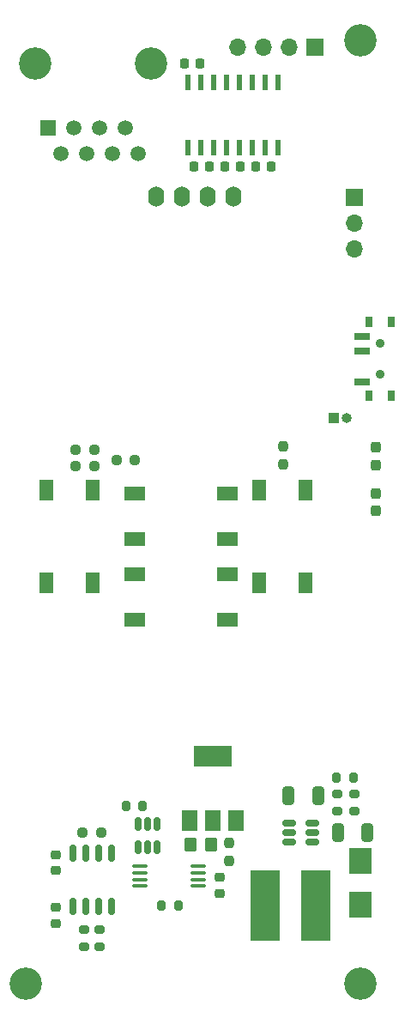
<source format=gbr>
%TF.GenerationSoftware,KiCad,Pcbnew,6.0.5-a6ca702e91~116~ubuntu20.04.1*%
%TF.CreationDate,2022-06-04T21:36:06-05:00*%
%TF.ProjectId,gpsOled,6770734f-6c65-4642-9e6b-696361645f70,rev?*%
%TF.SameCoordinates,Original*%
%TF.FileFunction,Soldermask,Top*%
%TF.FilePolarity,Negative*%
%FSLAX46Y46*%
G04 Gerber Fmt 4.6, Leading zero omitted, Abs format (unit mm)*
G04 Created by KiCad (PCBNEW 6.0.5-a6ca702e91~116~ubuntu20.04.1) date 2022-06-04 21:36:06*
%MOMM*%
%LPD*%
G01*
G04 APERTURE LIST*
G04 Aperture macros list*
%AMRoundRect*
0 Rectangle with rounded corners*
0 $1 Rounding radius*
0 $2 $3 $4 $5 $6 $7 $8 $9 X,Y pos of 4 corners*
0 Add a 4 corners polygon primitive as box body*
4,1,4,$2,$3,$4,$5,$6,$7,$8,$9,$2,$3,0*
0 Add four circle primitives for the rounded corners*
1,1,$1+$1,$2,$3*
1,1,$1+$1,$4,$5*
1,1,$1+$1,$6,$7*
1,1,$1+$1,$8,$9*
0 Add four rect primitives between the rounded corners*
20,1,$1+$1,$2,$3,$4,$5,0*
20,1,$1+$1,$4,$5,$6,$7,0*
20,1,$1+$1,$6,$7,$8,$9,0*
20,1,$1+$1,$8,$9,$2,$3,0*%
G04 Aperture macros list end*
%ADD10RoundRect,0.237500X-0.250000X-0.237500X0.250000X-0.237500X0.250000X0.237500X-0.250000X0.237500X0*%
%ADD11RoundRect,0.237500X-0.237500X0.250000X-0.237500X-0.250000X0.237500X-0.250000X0.237500X0.250000X0*%
%ADD12C,3.200000*%
%ADD13R,2.100000X1.400000*%
%ADD14RoundRect,0.150000X-0.150000X0.512500X-0.150000X-0.512500X0.150000X-0.512500X0.150000X0.512500X0*%
%ADD15RoundRect,0.225000X0.225000X0.250000X-0.225000X0.250000X-0.225000X-0.250000X0.225000X-0.250000X0*%
%ADD16RoundRect,0.200000X-0.275000X0.200000X-0.275000X-0.200000X0.275000X-0.200000X0.275000X0.200000X0*%
%ADD17RoundRect,0.150000X0.512500X0.150000X-0.512500X0.150000X-0.512500X-0.150000X0.512500X-0.150000X0*%
%ADD18RoundRect,0.225000X0.250000X-0.225000X0.250000X0.225000X-0.250000X0.225000X-0.250000X-0.225000X0*%
%ADD19R,3.000000X7.000000*%
%ADD20RoundRect,0.100000X0.637500X0.100000X-0.637500X0.100000X-0.637500X-0.100000X0.637500X-0.100000X0*%
%ADD21O,1.600000X2.000000*%
%ADD22RoundRect,0.237500X0.237500X-0.287500X0.237500X0.287500X-0.237500X0.287500X-0.237500X-0.287500X0*%
%ADD23R,1.400000X2.100000*%
%ADD24RoundRect,0.250000X0.350000X0.450000X-0.350000X0.450000X-0.350000X-0.450000X0.350000X-0.450000X0*%
%ADD25RoundRect,0.225000X-0.250000X0.225000X-0.250000X-0.225000X0.250000X-0.225000X0.250000X0.225000X0*%
%ADD26R,2.300000X2.500000*%
%ADD27RoundRect,0.250000X0.325000X0.650000X-0.325000X0.650000X-0.325000X-0.650000X0.325000X-0.650000X0*%
%ADD28R,0.800000X1.000000*%
%ADD29C,0.900000*%
%ADD30R,1.500000X0.700000*%
%ADD31RoundRect,0.137500X0.137500X-0.662500X0.137500X0.662500X-0.137500X0.662500X-0.137500X-0.662500X0*%
%ADD32RoundRect,0.200000X0.200000X0.275000X-0.200000X0.275000X-0.200000X-0.275000X0.200000X-0.275000X0*%
%ADD33R,1.500000X2.000000*%
%ADD34R,3.800000X2.000000*%
%ADD35R,1.700000X1.700000*%
%ADD36O,1.700000X1.700000*%
%ADD37RoundRect,0.225000X-0.225000X-0.250000X0.225000X-0.250000X0.225000X0.250000X-0.225000X0.250000X0*%
%ADD38RoundRect,0.150000X-0.150000X0.675000X-0.150000X-0.675000X0.150000X-0.675000X0.150000X0.675000X0*%
%ADD39RoundRect,0.250000X-0.325000X-0.650000X0.325000X-0.650000X0.325000X0.650000X-0.325000X0.650000X0*%
%ADD40R,1.000000X1.000000*%
%ADD41O,1.000000X1.000000*%
%ADD42R,1.500000X1.500000*%
%ADD43C,1.500000*%
G04 APERTURE END LIST*
D10*
%TO.C,R18*%
X138427500Y-103830000D03*
X140252500Y-103830000D03*
%TD*%
%TO.C,R17*%
X134427500Y-104430000D03*
X136252500Y-104430000D03*
%TD*%
%TO.C,R16*%
X134427500Y-102830000D03*
X136252500Y-102830000D03*
%TD*%
D11*
%TO.C,R15*%
X154840000Y-102467500D03*
X154840000Y-104292500D03*
%TD*%
D12*
%TO.C,H2*%
X129490000Y-155480000D03*
%TD*%
D13*
%TO.C,SW5*%
X140240000Y-107130000D03*
X140240000Y-111630000D03*
X149340000Y-111630000D03*
X149340000Y-107130000D03*
%TD*%
D14*
%TO.C,U3*%
X142450000Y-139762500D03*
X141500000Y-139762500D03*
X140550000Y-139762500D03*
X140550000Y-142037500D03*
X141500000Y-142037500D03*
X142450000Y-142037500D03*
%TD*%
D15*
%TO.C,C12*%
X146665000Y-64730000D03*
X145115000Y-64730000D03*
%TD*%
D16*
%TO.C,R9*%
X160170000Y-136805000D03*
X160170000Y-138455000D03*
%TD*%
D13*
%TO.C,SW3*%
X140240000Y-115130000D03*
X140240000Y-119630000D03*
X149340000Y-119630000D03*
X149340000Y-115130000D03*
%TD*%
D17*
%TO.C,U6*%
X157767500Y-141540000D03*
X157767500Y-140590000D03*
X157767500Y-139640000D03*
X155492500Y-139640000D03*
X155492500Y-140590000D03*
X155492500Y-141540000D03*
%TD*%
D15*
%TO.C,C13*%
X153715000Y-74930000D03*
X152165000Y-74930000D03*
%TD*%
D18*
%TO.C,C4*%
X148600000Y-146575000D03*
X148600000Y-145025000D03*
%TD*%
D19*
%TO.C,L2*%
X153100000Y-147800000D03*
X158100000Y-147800000D03*
%TD*%
D20*
%TO.C,Q1*%
X146462500Y-145875000D03*
X146462500Y-145225000D03*
X146462500Y-144575000D03*
X146462500Y-143925000D03*
X140737500Y-143925000D03*
X140737500Y-144575000D03*
X140737500Y-145225000D03*
X140737500Y-145875000D03*
%TD*%
D16*
%TO.C,R12*%
X161890000Y-136815000D03*
X161890000Y-138465000D03*
%TD*%
D12*
%TO.C,H1*%
X162540000Y-62480000D03*
%TD*%
D11*
%TO.C,C6*%
X149550000Y-141587500D03*
X149550000Y-143412500D03*
%TD*%
D21*
%TO.C,J4*%
X142380000Y-77900000D03*
X144920000Y-77900000D03*
X147460000Y-77900000D03*
X150000000Y-77900000D03*
%TD*%
D22*
%TO.C,D2*%
X164000000Y-108875000D03*
X164000000Y-107125000D03*
%TD*%
D23*
%TO.C,SW2*%
X157040000Y-106830000D03*
X152540000Y-106830000D03*
X152540000Y-115930000D03*
X157040000Y-115930000D03*
%TD*%
D24*
%TO.C,C7*%
X147750000Y-141800000D03*
X145750000Y-141800000D03*
%TD*%
D25*
%TO.C,C3*%
X132420000Y-142765000D03*
X132420000Y-144315000D03*
%TD*%
D26*
%TO.C,D4*%
X162500000Y-143440000D03*
X162500000Y-147740000D03*
%TD*%
D27*
%TO.C,C9*%
X163215000Y-140580000D03*
X160265000Y-140580000D03*
%TD*%
D28*
%TO.C,SW1*%
X163335000Y-90230000D03*
D29*
X164445000Y-92380000D03*
D28*
X165545000Y-97530000D03*
D29*
X164445000Y-95380000D03*
D28*
X163335000Y-97530000D03*
X165545000Y-90230000D03*
D30*
X162685000Y-96130000D03*
X162685000Y-93130000D03*
X162685000Y-91630000D03*
%TD*%
D31*
%TO.C,U7*%
X145495000Y-73080000D03*
X146765000Y-73080000D03*
X148035000Y-73080000D03*
X149305000Y-73080000D03*
X150575000Y-73080000D03*
X151845000Y-73080000D03*
X153115000Y-73080000D03*
X154385000Y-73080000D03*
X154385000Y-66580000D03*
X153115000Y-66580000D03*
X151845000Y-66580000D03*
X150575000Y-66580000D03*
X149305000Y-66580000D03*
X148035000Y-66580000D03*
X146765000Y-66580000D03*
X145495000Y-66580000D03*
%TD*%
D18*
%TO.C,C5*%
X132430000Y-149555000D03*
X132430000Y-148005000D03*
%TD*%
D32*
%TO.C,R7*%
X144525000Y-147800000D03*
X142875000Y-147800000D03*
%TD*%
D16*
%TO.C,R3*%
X135200000Y-150175000D03*
X135200000Y-151825000D03*
%TD*%
D32*
%TO.C,R8*%
X161785000Y-135220000D03*
X160135000Y-135220000D03*
%TD*%
D33*
%TO.C,U4*%
X145650000Y-139400000D03*
X147950000Y-139400000D03*
D34*
X147950000Y-133100000D03*
D33*
X150250000Y-139400000D03*
%TD*%
D35*
%TO.C,J3*%
X161875000Y-77975000D03*
D36*
X161875000Y-80515000D03*
X161875000Y-83055000D03*
%TD*%
D32*
%TO.C,R6*%
X141025000Y-138000000D03*
X139375000Y-138000000D03*
%TD*%
D12*
%TO.C,H3*%
X162490000Y-155480000D03*
%TD*%
D37*
%TO.C,C10*%
X146065000Y-74930000D03*
X147615000Y-74930000D03*
%TD*%
D16*
%TO.C,R4*%
X136800000Y-150175000D03*
X136800000Y-151825000D03*
%TD*%
D10*
%TO.C,R5*%
X135087500Y-140600000D03*
X136912500Y-140600000D03*
%TD*%
D23*
%TO.C,SW4*%
X136040000Y-106830000D03*
X131540000Y-106830000D03*
X131540000Y-115930000D03*
X136040000Y-115930000D03*
%TD*%
D22*
%TO.C,D3*%
X164000000Y-104375000D03*
X164000000Y-102625000D03*
%TD*%
D38*
%TO.C,U2*%
X137905000Y-142675000D03*
X136635000Y-142675000D03*
X135365000Y-142675000D03*
X134095000Y-142675000D03*
X134095000Y-147925000D03*
X135365000Y-147925000D03*
X136635000Y-147925000D03*
X137905000Y-147925000D03*
%TD*%
D39*
%TO.C,C8*%
X155375000Y-136950000D03*
X158325000Y-136950000D03*
%TD*%
D37*
%TO.C,C11*%
X149115000Y-74930000D03*
X150665000Y-74930000D03*
%TD*%
D40*
%TO.C,J2*%
X159870000Y-99680000D03*
D41*
X161140000Y-99680000D03*
%TD*%
D12*
%TO.C,J5*%
X130447500Y-64750000D03*
X141877500Y-64750000D03*
D42*
X131717500Y-71100000D03*
D43*
X132987500Y-73640000D03*
X134257500Y-71100000D03*
X135527500Y-73640000D03*
X136797500Y-71100000D03*
X138067500Y-73640000D03*
X139337500Y-71100000D03*
X140607500Y-73640000D03*
%TD*%
D35*
%TO.C,J6*%
X158000000Y-63100000D03*
D36*
X155460000Y-63100000D03*
X152920000Y-63100000D03*
X150380000Y-63100000D03*
%TD*%
M02*

</source>
